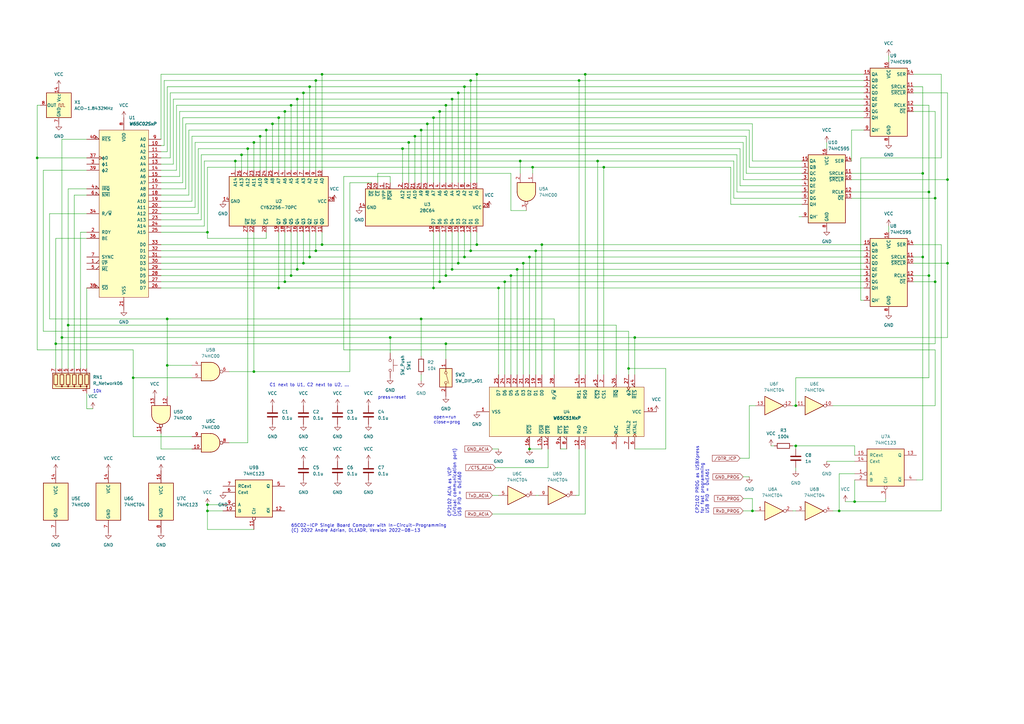
<source format=kicad_sch>
(kicad_sch (version 20211123) (generator eeschema)
  (paper "A3")
  (title_block (title "65C02_ICP"))
  (lib_symbols
    (symbol "65xx:W65C02SxP" (pin_names (offset 1.016))
      (property "Reference" "U" (at -10.16 35.56 0))
      (property "Value" "W65C02SxP" (at 0 0 90))
      (symbol "W65C02SxP_1_1"
        (pin output output_low (at -15.24 -20.32 0) (length 5.08) (name "~{VP}") (number "1"))
        (pin tri_state line (at 15.24 27.94 180) (length 5.08) (name "A1") (number "10"))
        (pin tri_state line (at 15.24 25.4 180) (length 5.08) (name "A2") (number "11"))
        (pin tri_state line (at 15.24 22.86 180) (length 5.08) (name "A3") (number "12"))
        (pin tri_state line (at 15.24 20.32 180) (length 5.08) (name "A4") (number "13"))
        (pin tri_state line (at 15.24 17.78 180) (length 5.08) (name "A5") (number "14"))
        (pin tri_state line (at 15.24 15.24 180) (length 5.08) (name "A6") (number "15"))
        (pin tri_state line (at 15.24 12.7 180) (length 5.08) (name "A7") (number "16"))
        (pin tri_state line (at 15.24 10.16 180) (length 5.08) (name "A8") (number "17"))
        (pin tri_state line (at 15.24 7.62 180) (length 5.08) (name "A9") (number "18"))
        (pin tri_state line (at 15.24 5.08 180) (length 5.08) (name "A10") (number "19"))
        (pin open_collector line (at -15.24 -7.62 0) (length 5.08) (name "RDY") (number "2"))
        (pin tri_state line (at 15.24 2.54 180) (length 5.08) (name "A11") (number "20"))
        (pin power_in line (at 0 -39.37 90) (length 5.08) (name "VSS") (number "21"))
        (pin tri_state line (at 15.24 0 180) (length 5.08) (name "A12") (number "22"))
        (pin tri_state line (at 15.24 -2.54 180) (length 5.08) (name "A13") (number "23"))
        (pin tri_state line (at 15.24 -5.08 180) (length 5.08) (name "A14") (number "24"))
        (pin tri_state line (at 15.24 -7.62 180) (length 5.08) (name "A15") (number "25"))
        (pin bidirectional line (at 15.24 -30.48 180) (length 5.08) (name "D7") (number "26"))
        (pin bidirectional line (at 15.24 -27.94 180) (length 5.08) (name "D6") (number "27"))
        (pin bidirectional line (at 15.24 -25.4 180) (length 5.08) (name "D5") (number "28"))
        (pin bidirectional line (at 15.24 -22.86 180) (length 5.08) (name "D4") (number "29"))
        (pin output line (at -15.24 20.32 0) (length 5.08) (name "ϕ1") (number "3"))
        (pin bidirectional line (at 15.24 -20.32 180) (length 5.08) (name "D3") (number "30"))
        (pin bidirectional line (at 15.24 -17.78 180) (length 5.08) (name "D2") (number "31"))
        (pin bidirectional line (at 15.24 -15.24 180) (length 5.08) (name "D1") (number "32"))
        (pin bidirectional line (at 15.24 -12.7 180) (length 5.08) (name "D0") (number "33"))
        (pin tri_state line (at -15.24 0 0) (length 5.08) (name "R/~{W}") (number "34"))
        (pin no_connect non_logic (at -10.16 -27.94 0) (length 2.54) hide (name "nc") (number "35"))
        (pin input line (at -15.24 -10.16 0) (length 5.08) (name "BE") (number "36"))
        (pin input clock (at -15.24 22.86 0) (length 5.08) (name "ϕ0") (number "37"))
        (pin input input_low (at -15.24 -30.48 0) (length 5.08) (name "~{SO}") (number "38"))
        (pin output line (at -15.24 17.78 0) (length 5.08) (name "ϕ2") (number "39"))
        (pin input input_low (at -15.24 10.16 0) (length 5.08) (name "~{IRQ}") (number "4"))
        (pin input input_low (at -15.24 30.48 0) (length 5.08) (name "~{RES}") (number "40"))
        (pin output output_low (at -15.24 -22.86 0) (length 5.08) (name "~{ML}") (number "5"))
        (pin input input_low (at -15.24 7.62 0) (length 5.08) (name "~{NMI}") (number "6"))
        (pin output line (at -15.24 -17.78 0) (length 5.08) (name "SYNC") (number "7"))
        (pin power_in line (at 0 39.37 270) (length 5.08) (name "VDD") (number "8"))
        (pin tri_state line (at 15.24 30.48 180) (length 5.08) (name "A0") (number "9"))
      )
    )
    (symbol "65xx:W65C51NxP" (pin_names (offset 1.016))
      (property "Reference" "U" (at -10.16 33.02 0))
      (property "Value" "W65C51NxP" (at 0 0 90))
      (symbol "W65C51NxP_1_1"
        (pin power_in line (at 0 -36.83 90) (length 5.08) (name "VSS") (number "1"))
        (pin output line (at 15.24 7.62 180) (length 5.08) (name "TxD") (number "10"))
        (pin output output_low (at 15.24 -7.62 180) (length 5.08) (name "~{DTR}") (number "11"))
        (pin input line (at 15.24 5.08 180) (length 5.08) (name "RxD") (number "12"))
        (pin input line (at -15.24 7.62 0) (length 5.08) (name "RS0") (number "13"))
        (pin input line (at -15.24 5.08 0) (length 5.08) (name "RS1") (number "14"))
        (pin power_in line (at 0 36.83 270) (length 5.08) (name "VCC") (number "15"))
        (pin input input_low (at 15.24 -15.24 180) (length 5.08) (name "~{DCD}") (number "16"))
        (pin input input_low (at 15.24 -10.16 180) (length 5.08) (name "~{DSR}") (number "17"))
        (pin bidirectional line (at -15.24 -10.16 0) (length 5.08) (name "D0") (number "18"))
        (pin bidirectional line (at -15.24 -12.7 0) (length 5.08) (name "D1") (number "19"))
        (pin input line (at -15.24 15.24 0) (length 5.08) (name "CS1") (number "2"))
        (pin bidirectional line (at -15.24 -15.24 0) (length 5.08) (name "D2") (number "20"))
        (pin bidirectional line (at -15.24 -17.78 0) (length 5.08) (name "D3") (number "21"))
        (pin bidirectional line (at -15.24 -20.32 0) (length 5.08) (name "D4") (number "22"))
        (pin bidirectional line (at -15.24 -22.86 0) (length 5.08) (name "D5") (number "23"))
        (pin bidirectional line (at -15.24 -25.4 0) (length 5.08) (name "D6") (number "24"))
        (pin bidirectional line (at -15.24 -27.94 0) (length 5.08) (name "D7") (number "25"))
        (pin open_collector output_low (at -15.24 20.32 0) (length 5.08) (name "~{IRQ}") (number "26"))
        (pin input clock (at -15.24 25.4 0) (length 5.08) (name "ϕ2") (number "27"))
        (pin input line (at -15.24 -5.08 0) (length 5.08) (name "R/~{W}") (number "28"))
        (pin input input_low (at -15.24 12.7 0) (length 5.08) (name "~{CS2}") (number "3"))
        (pin input input_low (at -15.24 27.94 0) (length 5.08) (name "~{RES}") (number "4"))
        (pin bidirectional clock (at 15.24 20.32 180) (length 5.08) (name "RxC") (number "5"))
        (pin input clock (at 15.24 27.94 180) (length 5.08) (name "XTAL1") (number "6"))
        (pin output line (at 15.24 25.4 180) (length 5.08) (name "XTAL2") (number "7"))
        (pin output output_low (at 15.24 0 180) (length 5.08) (name "~{RTS}") (number "8"))
        (pin input input_low (at 15.24 -2.54 180) (length 5.08) (name "~{CTS}") (number "9"))
      )
    )
    (symbol "74xx:74HC00" (pin_names (offset 1.016))
      (property "Reference" "U" (at 0 1.27 0))
      (property "Value" "74HC00" (at 0 -1.27 0))
      (symbol "74HC00_1_1"
        (pin input line (at -7.62 2.54 0) (length 3.81) (name "~") (number "1"))
        (pin input line (at -7.62 -2.54 0) (length 3.81) (name "~") (number "2"))
        (pin output inverted (at 7.62 0 180) (length 3.81) (name "~") (number "3"))
      )
      (symbol "74HC00_1_2"
        (pin input inverted (at -7.62 2.54 0) (length 4.318) (name "~") (number "1"))
        (pin input inverted (at -7.62 -2.54 0) (length 4.318) (name "~") (number "2"))
        (pin output line (at 7.62 0 180) (length 3.81) (name "~") (number "3"))
      )
      (symbol "74HC00_2_1"
        (pin input line (at -7.62 2.54 0) (length 3.81) (name "~") (number "4"))
        (pin input line (at -7.62 -2.54 0) (length 3.81) (name "~") (number "5"))
        (pin output inverted (at 7.62 0 180) (length 3.81) (name "~") (number "6"))
      )
      (symbol "74HC00_2_2"
        (pin input inverted (at -7.62 2.54 0) (length 4.318) (name "~") (number "4"))
        (pin input inverted (at -7.62 -2.54 0) (length 4.318) (name "~") (number "5"))
        (pin output line (at 7.62 0 180) (length 3.81) (name "~") (number "6"))
      )
      (symbol "74HC00_3_1"
        (pin input line (at -7.62 -2.54 0) (length 3.81) (name "~") (number "10"))
        (pin output inverted (at 7.62 0 180) (length 3.81) (name "~") (number "8"))
        (pin input line (at -7.62 2.54 0) (length 3.81) (name "~") (number "9"))
      )
      (symbol "74HC00_3_2"
        (pin input inverted (at -7.62 -2.54 0) (length 4.318) (name "~") (number "10"))
        (pin output line (at 7.62 0 180) (length 3.81) (name "~") (number "8"))
        (pin input inverted (at -7.62 2.54 0) (length 4.318) (name "~") (number "9"))
      )
      (symbol "74HC00_4_1"
        (pin output inverted (at 7.62 0 180) (length 3.81) (name "~") (number "11"))
        (pin input line (at -7.62 2.54 0) (length 3.81) (name "~") (number "12"))
        (pin input line (at -7.62 -2.54 0) (length 3.81) (name "~") (number "13"))
      )
      (symbol "74HC00_4_2"
        (pin output line (at 7.62 0 180) (length 3.81) (name "~") (number "11"))
        (pin input inverted (at -7.62 2.54 0) (length 4.318) (name "~") (number "12"))
        (pin input inverted (at -7.62 -2.54 0) (length 4.318) (name "~") (number "13"))
      )
      (symbol "74HC00_5_0"
        (pin power_in line (at 0 12.7 270) (length 5.08) (name "VCC") (number "14"))
        (pin power_in line (at 0 -12.7 90) (length 5.08) (name "GND") (number "7"))
      )
    )
    (symbol "74xx:74HC04"
      (property "Reference" "U" (at 0 1.27 0))
      (property "Value" "74HC04" (at 0 -1.27 0))
      (symbol "74HC04_1_0"
        (pin input line (at -7.62 0 0) (length 3.81) (name "~") (number "1"))
        (pin output inverted (at 7.62 0 180) (length 3.81) (name "~") (number "2"))
      )
      (symbol "74HC04_2_0"
        (pin input line (at -7.62 0 0) (length 3.81) (name "~") (number "3"))
        (pin output inverted (at 7.62 0 180) (length 3.81) (name "~") (number "4"))
      )
      (symbol "74HC04_3_0"
        (pin input line (at -7.62 0 0) (length 3.81) (name "~") (number "5"))
        (pin output inverted (at 7.62 0 180) (length 3.81) (name "~") (number "6"))
      )
      (symbol "74HC04_4_0"
        (pin output inverted (at 7.62 0 180) (length 3.81) (name "~") (number "8"))
        (pin input line (at -7.62 0 0) (length 3.81) (name "~") (number "9"))
      )
      (symbol "74HC04_5_0"
        (pin output inverted (at 7.62 0 180) (length 3.81) (name "~") (number "10"))
        (pin input line (at -7.62 0 0) (length 3.81) (name "~") (number "11"))
      )
      (symbol "74HC04_6_0"
        (pin output inverted (at 7.62 0 180) (length 3.81) (name "~") (number "12"))
        (pin input line (at -7.62 0 0) (length 3.81) (name "~") (number "13"))
      )
      (symbol "74HC04_7_0"
        (pin power_in line (at 0 12.7 270) (length 5.08) (name "VCC") (number "14"))
        (pin power_in line (at 0 -12.7 90) (length 5.08) (name "GND") (number "7"))
      )
    )
    (symbol "74xx:74HC123" (pin_names (offset 1.016))
      (property "Reference" "U" (at -7.62 8.89 0))
      (property "Value" "74HC123" (at -7.62 -8.89 0))
      (symbol "74HC123_1_0"
        (pin input inverted (at -12.7 -2.54 0) (length 5.08) (name "A") (number "1"))
        (pin output line (at 12.7 5.08 180) (length 5.08) (name "Q") (number "13"))
        (pin input line (at -12.7 2.54 0) (length 5.08) (name "Cext") (number "14"))
        (pin input line (at -12.7 5.08 0) (length 5.08) (name "RCext") (number "15"))
        (pin input line (at -12.7 -5.08 0) (length 5.08) (name "B") (number "2"))
        (pin input inverted (at 0 -12.7 90) (length 5.08) (name "Clr") (number "3"))
        (pin output line (at 12.7 -5.08 180) (length 5.08) (name "~{Q}") (number "4"))
      )
      (symbol "74HC123_2_0"
        (pin input line (at -12.7 -5.08 0) (length 5.08) (name "B") (number "10"))
        (pin input inverted (at 0 -12.7 90) (length 5.08) (name "Clr") (number "11"))
        (pin output line (at 12.7 -5.08 180) (length 5.08) (name "~{Q}") (number "12"))
        (pin output line (at 12.7 5.08 180) (length 5.08) (name "Q") (number "5"))
        (pin input line (at -12.7 2.54 0) (length 5.08) (name "Cext") (number "6"))
        (pin input line (at -12.7 5.08 0) (length 5.08) (name "RCext") (number "7"))
        (pin input inverted (at -12.7 -2.54 0) (length 5.08) (name "A") (number "9"))
      )
      (symbol "74HC123_3_0"
        (pin power_in line (at 0 12.7 270) (length 5.08) (name "VCC") (number "16"))
        (pin power_in line (at 0 -12.7 90) (length 5.08) (name "GND") (number "8"))
      )
    )
    (symbol "74xx:74HC595"
      (property "Reference" "U" (at -7.62 13.97 0))
      (property "Value" "74HC595" (at -7.62 -16.51 0))
      (symbol "74HC595_1_0"
        (pin tri_state line (at 10.16 7.62 180) (length 2.54) (name "QB") (number "1"))
        (pin input line (at -10.16 2.54 0) (length 2.54) (name "~{SRCLR}") (number "10"))
        (pin input line (at -10.16 5.08 0) (length 2.54) (name "SRCLK") (number "11"))
        (pin input line (at -10.16 -2.54 0) (length 2.54) (name "RCLK") (number "12"))
        (pin input line (at -10.16 -5.08 0) (length 2.54) (name "~{OE}") (number "13"))
        (pin input line (at -10.16 10.16 0) (length 2.54) (name "SER") (number "14"))
        (pin tri_state line (at 10.16 10.16 180) (length 2.54) (name "QA") (number "15"))
        (pin power_in line (at 0 15.24 270) (length 2.54) (name "VCC") (number "16"))
        (pin tri_state line (at 10.16 5.08 180) (length 2.54) (name "QC") (number "2"))
        (pin tri_state line (at 10.16 2.54 180) (length 2.54) (name "QD") (number "3"))
        (pin tri_state line (at 10.16 0 180) (length 2.54) (name "QE") (number "4"))
        (pin tri_state line (at 10.16 -2.54 180) (length 2.54) (name "QF") (number "5"))
        (pin tri_state line (at 10.16 -5.08 180) (length 2.54) (name "QG") (number "6"))
        (pin tri_state line (at 10.16 -7.62 180) (length 2.54) (name "QH") (number "7"))
        (pin power_in line (at 0 -17.78 90) (length 2.54) (name "GND") (number "8"))
        (pin output line (at 10.16 -12.7 180) (length 2.54) (name "QH'") (number "9"))
      )
    )
    (symbol "Device:C" (pin_numbers hide) (pin_names (offset 0.254))
      (property "Reference" "C" (at 0.635 2.54 0))
      (property "Value" "C" (at 0.635 -2.54 0))
      (symbol "C_1_1"
        (pin passive line (at 0 3.81 270) (length 2.794) (name "~") (number "1"))
        (pin passive line (at 0 -3.81 90) (length 2.794) (name "~") (number "2"))
      )
    )
    (symbol "Device:R" (pin_numbers hide) (pin_names (offset 0))
      (property "Reference" "R" (at 2.032 0 90))
      (property "Value" "R" (at 0 0 90))
      (symbol "R_1_1"
        (pin passive line (at 0 3.81 270) (length 1.27) (name "~") (number "1"))
        (pin passive line (at 0 -3.81 90) (length 1.27) (name "~") (number "2"))
      )
    )
    (symbol "Device:R_Network06" (pin_names (offset 0) hide)
      (property "Reference" "RN" (at -10.16 0 90))
      (property "Value" "R_Network06" (at 7.62 0 90))
      (symbol "R_Network06_1_1"
        (pin passive line (at -7.62 5.08 270) (length 2.54) (name "common") (number "1"))
        (pin passive line (at -7.62 -5.08 90) (length 1.27) (name "R1") (number "2"))
        (pin passive line (at -5.08 -5.08 90) (length 1.27) (name "R2") (number "3"))
        (pin passive line (at -2.54 -5.08 90) (length 1.27) (name "R3") (number "4"))
        (pin passive line (at 0 -5.08 90) (length 1.27) (name "R4") (number "5"))
        (pin passive line (at 2.54 -5.08 90) (length 1.27) (name "R5") (number "6"))
        (pin passive line (at 5.08 -5.08 90) (length 1.27) (name "R6") (number "7"))
      )
    )
    (symbol "Memory_EPROM:27C64"
      (property "Reference" "U" (at -7.62 24.13 0))
      (property "Value" "27C64" (at 2.54 -26.67 0))
      (symbol "27C64_1_1"
        (pin input line (at -10.16 -17.78 0) (length 2.54) (name "VPP") (number "1"))
        (pin input line (at -10.16 20.32 0) (length 2.54) (name "A0") (number "10"))
        (pin tri_state line (at 10.16 20.32 180) (length 2.54) (name "D0") (number "11"))
        (pin tri_state line (at 10.16 17.78 180) (length 2.54) (name "D1") (number "12"))
        (pin tri_state line (at 10.16 15.24 180) (length 2.54) (name "D2") (number "13"))
        (pin power_in line (at 0 -27.94 90) (length 2.54) (name "GND") (number "14"))
        (pin tri_state line (at 10.16 12.7 180) (length 2.54) (name "D3") (number "15"))
        (pin tri_state line (at 10.16 10.16 180) (length 2.54) (name "D4") (number "16"))
        (pin tri_state line (at 10.16 7.62 180) (length 2.54) (name "D5") (number "17"))
        (pin tri_state line (at 10.16 5.08 180) (length 2.54) (name "D6") (number "18"))
        (pin tri_state line (at 10.16 2.54 180) (length 2.54) (name "D7") (number "19"))
        (pin input line (at -10.16 -10.16 0) (length 2.54) (name "A12") (number "2"))
        (pin input line (at -10.16 -20.32 0) (length 2.54) (name "~{CE}") (number "20"))
        (pin input line (at -10.16 -5.08 0) (length 2.54) (name "A10") (number "21"))
        (pin input line (at -10.16 -22.86 0) (length 2.54) (name "~{OE}") (number "22"))
        (pin input line (at -10.16 -7.62 0) (length 2.54) (name "A11") (number "23"))
        (pin input line (at -10.16 -2.54 0) (length 2.54) (name "A9") (number "24"))
        (pin input line (at -10.16 0 0) (length 2.54) (name "A8") (number "25"))
        (pin no_connect line (at 7.62 0 180) (length 2.54) hide (name "NC") (number "26"))
        (pin input line (at -10.16 -15.24 0) (length 2.54) (name "~{PGM}") (number "27"))
        (pin power_in line (at 0 25.4 270) (length 2.54) (name "VCC") (number "28"))
        (pin input line (at -10.16 2.54 0) (length 2.54) (name "A7") (number "3"))
        (pin input line (at -10.16 5.08 0) (length 2.54) (name "A6") (number "4"))
        (pin input line (at -10.16 7.62 0) (length 2.54) (name "A5") (number "5"))
        (pin input line (at -10.16 10.16 0) (length 2.54) (name "A4") (number "6"))
        (pin input line (at -10.16 12.7 0) (length 2.54) (name "A3") (number "7"))
        (pin input line (at -10.16 15.24 0) (length 2.54) (name "A2") (number "8"))
        (pin input line (at -10.16 17.78 0) (length 2.54) (name "A1") (number "9"))
      )
    )
    (symbol "Memory_RAM:CY62256-70PC"
      (property "Reference" "U" (at -10.16 20.955 0))
      (property "Value" "CY62256-70PC" (at 2.54 20.955 0))
      (symbol "CY62256-70PC_0_0"
        (pin power_in line (at 0 -22.86 90) (length 2.54) (name "GND") (number "14"))
        (pin power_in line (at 0 22.86 270) (length 2.54) (name "VCC") (number "28"))
      )
      (symbol "CY62256-70PC_1_1"
        (pin input line (at -12.7 -17.78 0) (length 2.54) (name "A14") (number "1"))
        (pin input line (at -12.7 17.78 0) (length 2.54) (name "A0") (number "10"))
        (pin tri_state line (at 12.7 17.78 180) (length 2.54) (name "Q0") (number "11"))
        (pin tri_state line (at 12.7 15.24 180) (length 2.54) (name "Q1") (number "12"))
        (pin tri_state line (at 12.7 12.7 180) (length 2.54) (name "Q2") (number "13"))
        (pin tri_state line (at 12.7 10.16 180) (length 2.54) (name "Q3") (number "15"))
        (pin tri_state line (at 12.7 7.62 180) (length 2.54) (name "Q4") (number "16"))
        (pin tri_state line (at 12.7 5.08 180) (length 2.54) (name "Q5") (number "17"))
        (pin tri_state line (at 12.7 2.54 180) (length 2.54) (name "Q6") (number "18"))
        (pin tri_state line (at 12.7 0 180) (length 2.54) (name "Q7") (number "19"))
        (pin input line (at -12.7 -12.7 0) (length 2.54) (name "A12") (number "2"))
        (pin input line (at 12.7 -5.08 180) (length 2.54) (name "~{CS}") (number "20"))
        (pin input line (at -12.7 -7.62 0) (length 2.54) (name "A10") (number "21"))
        (pin input line (at 12.7 -10.16 180) (length 2.54) (name "~{OE}") (number "22"))
        (pin input line (at -12.7 -10.16 0) (length 2.54) (name "A11") (number "23"))
        (pin input line (at -12.7 -5.08 0) (length 2.54) (name "A9") (number "24"))
        (pin input line (at -12.7 -2.54 0) (length 2.54) (name "A8") (number "25"))
        (pin input line (at -12.7 -15.24 0) (length 2.54) (name "A13") (number "26"))
        (pin input line (at 12.7 -12.7 180) (length 2.54) (name "~{WE}") (number "27"))
        (pin input line (at -12.7 0 0) (length 2.54) (name "A7") (number "3"))
        (pin input line (at -12.7 2.54 0) (length 2.54) (name "A6") (number "4"))
        (pin input line (at -12.7 5.08 0) (length 2.54) (name "A5") (number "5"))
        (pin input line (at -12.7 7.62 0) (length 2.54) (name "A4") (number "6"))
        (pin input line (at -12.7 10.16 0) (length 2.54) (name "A3") (number "7"))
        (pin input line (at -12.7 12.7 0) (length 2.54) (name "A2") (number "8"))
        (pin input line (at -12.7 15.24 0) (length 2.54) (name "A1") (number "9"))
      )
    )
    (symbol "Oscillator:ACO-xxxMHz" (pin_names (offset 0.254))
      (property "Reference" "X" (at -5.08 6.35 0))
      (property "Value" "ACO-xxxMHz" (at 1.27 -6.35 0))
      (symbol "ACO-xxxMHz_1_1"
        (pin no_connect line (at -7.62 0 0) (length 2.54) hide (name "NC") (number "1"))
        (pin power_in line (at 0 7.62 270) (length 2.54) (name "Vcc") (number "14"))
        (pin power_in line (at 0 -7.62 90) (length 2.54) (name "GND") (number "7"))
        (pin output line (at 7.62 0 180) (length 2.54) (name "OUT") (number "8"))
      )
    )
    (symbol "Switch:SW_DIP_x01" (pin_names (offset 0) hide)
      (property "Reference" "SW" (at 0 3.81 0))
      (property "Value" "SW_DIP_x01" (at 0 -3.81 0))
      (symbol "SW_DIP_x01_1_1"
        (pin passive line (at -7.62 0 0) (length 5.08) (name "~") (number "1"))
        (pin passive line (at 7.62 0 180) (length 5.08) (name "~") (number "2"))
      )
    )
    (symbol "Switch:SW_Push" (pin_numbers hide) (pin_names (offset 1.016) hide)
      (property "Reference" "SW" (at 1.27 2.54 0))
      (property "Value" "SW_Push" (at 0 -1.524 0))
      (symbol "SW_Push_0_1"
        (pin passive line (at -5.08 0 0) (length 2.54) (name "1") (number "1"))
        (pin passive line (at 5.08 0 180) (length 2.54) (name "2") (number "2"))
      )
    )
    (symbol "power:GND" (power) (pin_names (offset 0))
      (property "Value" "GND" (at 0 -3.81 0))
      (symbol "GND_1_1"
        (pin power_in line (at 0 0 270) (length 0) hide (name "GND") (number "1"))
      )
    )
    (symbol "power:VCC" (power) (pin_names (offset 0))
      (property "Value" "VCC" (at 0 3.81 0))
      (symbol "VCC_1_1"
        (pin power_in line (at 0 0 90) (length 0) hide (name "VCC") (number "1"))
      )
    )
  )
  (junction (at 99.06 63.5))
  (junction (at 101.6 60.96))
  (junction (at 308.61 209.55))
  (junction (at 383.54 115.57))
  (junction (at 116.84 45.72))
  (junction (at 187.96 107.95))
  (junction (at 127 105.41))
  (junction (at 114.3 48.26))
  (junction (at 193.04 102.87))
  (junction (at 170.18 55.88))
  (junction (at 85.09 95.25))
  (junction (at 326.39 182.88))
  (junction (at 381 78.74))
  (junction (at 213.36 66.04))
  (junction (at 109.22 53.34))
  (junction (at 383.54 81.28))
  (junction (at 257.81 151.13))
  (junction (at 182.88 140.97))
  (junction (at 54.61 154.94))
  (junction (at 237.49 33.02))
  (junction (at 132.08 30.48))
  (junction (at 207.01 115.57))
  (junction (at 68.58 149.86))
  (junction (at 27.94 133.35))
  (junction (at 185.42 40.64))
  (junction (at 209.55 113.03))
  (junction (at 25.4 138.43))
  (junction (at 190.5 35.56))
  (junction (at 165.1 60.96))
  (junction (at 388.62 107.95))
  (junction (at 247.65 68.58))
  (junction (at 378.46 71.12))
  (junction (at 172.72 130.81))
  (junction (at 180.34 45.72))
  (junction (at 85.09 207.01))
  (junction (at 121.92 110.49))
  (junction (at 127 35.56))
  (junction (at 22.86 140.97))
  (junction (at 124.46 38.1))
  (junction (at 15.24 64.77))
  (junction (at 182.88 43.18))
  (junction (at 121.92 40.64))
  (junction (at 111.76 50.8))
  (junction (at 240.03 30.48))
  (junction (at 129.54 102.87))
  (junction (at 175.26 50.8))
  (junction (at 172.72 53.34))
  (junction (at 326.39 166.37))
  (junction (at 160.02 138.43))
  (junction (at 116.84 115.57))
  (junction (at 219.71 102.87))
  (junction (at 217.17 105.41))
  (junction (at 132.08 100.33))
  (junction (at 381 113.03))
  (junction (at 222.25 100.33))
  (junction (at 195.58 100.33))
  (junction (at 245.11 66.04))
  (junction (at 104.14 152.4))
  (junction (at 119.38 43.18))
  (junction (at 129.54 33.02))
  (junction (at 124.46 107.95))
  (junction (at 344.17 209.55))
  (junction (at 96.52 66.04))
  (junction (at 185.42 110.49))
  (junction (at 214.63 107.95))
  (junction (at 204.47 118.11))
  (junction (at 180.34 115.57))
  (junction (at 114.3 118.11))
  (junction (at 106.68 55.88))
  (junction (at 350.52 205.74))
  (junction (at 260.35 138.43))
  (junction (at 195.58 30.48))
  (junction (at 68.58 130.81))
  (junction (at 177.8 118.11))
  (junction (at 378.46 105.41))
  (junction (at 218.44 68.58))
  (junction (at 85.09 209.55))
  (junction (at 182.88 113.03))
  (junction (at 119.38 113.03))
  (junction (at 104.14 58.42))
  (junction (at 217.17 184.15))
  (junction (at 167.64 58.42))
  (junction (at 212.09 110.49))
  (junction (at 388.62 73.66))
  (junction (at 190.5 105.41))
  (junction (at 177.8 48.26))
  (junction (at 187.96 38.1))
  (junction (at 193.04 33.02))
  (wire (pts (xy 99.06 63.5) (xy 302.26 63.5)))
  (wire (pts (xy 127 95.25) (xy 127 105.41)))
  (wire (pts (xy 74.93 74.93) (xy 74.93 48.26)))
  (wire (pts (xy 116.84 45.72) (xy 180.34 45.72)))
  (wire (pts (xy 77.47 53.34) (xy 109.22 53.34)))
  (wire (pts (xy 127 105.41) (xy 190.5 105.41)))
  (wire (pts (xy 350.52 205.74) (xy 346.71 205.74)))
  (wire (pts (xy 160.02 74.93) (xy 160.02 72.39)))
  (wire (pts (xy 30.48 80.01) (xy 30.48 151.13)))
  (wire (pts (xy 182.88 43.18) (xy 182.88 74.93)))
  (wire (pts (xy 214.63 153.67) (xy 214.63 107.95)))
  (wire (pts (xy 375.92 196.85) (xy 378.46 196.85)))
  (wire (pts (xy 170.18 55.88) (xy 170.18 74.93)))
  (wire (pts (xy 207.01 153.67) (xy 207.01 115.57)))
  (wire (pts (xy 354.33 123.19) (xy 353.06 123.19)))
  (wire (pts (xy 307.34 166.37) (xy 309.88 166.37)))
  (wire (pts (xy 119.38 43.18) (xy 119.38 69.85)))
  (wire (pts (xy 187.96 74.93) (xy 187.96 38.1)))
  (wire (pts (xy 306.07 71.12) (xy 306.07 55.88)))
  (wire (pts (xy 114.3 48.26) (xy 177.8 48.26)))
  (wire (pts (xy 209.55 113.03) (xy 354.33 113.03)))
  (wire (pts (xy 325.12 166.37) (xy 326.39 166.37)))
  (wire (pts (xy 66.04 102.87) (xy 129.54 102.87)))
  (wire (pts (xy 25.4 138.43) (xy 160.02 138.43)))
  (wire (pts (xy 388.62 73.66) (xy 388.62 107.95)))
  (wire (pts (xy 129.54 33.02) (xy 129.54 69.85)))
  (wire (pts (xy 195.58 100.33) (xy 222.25 100.33)))
  (wire (pts (xy 167.64 58.42) (xy 304.8 58.42)))
  (wire (pts (xy 383.54 140.97) (xy 383.54 115.57)))
  (wire (pts (xy 374.65 115.57) (xy 383.54 115.57)))
  (wire (pts (xy 35.56 95.25) (xy 33.02 95.25)))
  (wire (pts (xy 76.2 77.47) (xy 76.2 50.8)))
  (wire (pts (xy 66.04 64.77) (xy 69.85 64.77)))
  (wire (pts (xy 85.09 97.79) (xy 109.22 97.79)))
  (wire (pts (xy 304.8 204.47) (xy 308.61 204.47)))
  (wire (pts (xy 35.56 57.15) (xy 25.4 57.15)))
  (wire (pts (xy 66.04 87.63) (xy 81.28 87.63)))
  (wire (pts (xy 54.61 154.94) (xy 78.74 154.94)))
  (wire (pts (xy 172.72 153.67) (xy 172.72 156.21)))
  (wire (pts (xy 185.42 40.64) (xy 354.33 40.64)))
  (wire (pts (xy 217.17 153.67) (xy 217.17 105.41)))
  (wire (pts (xy 229.87 184.15) (xy 232.41 184.15)))
  (wire (pts (xy 35.56 167.64) (xy 38.1 167.64)))
  (wire (pts (xy 354.33 53.34) (xy 349.25 53.34)))
  (wire (pts (xy 66.04 90.17) (xy 82.55 90.17)))
  (wire (pts (xy 99.06 63.5) (xy 99.06 69.85)))
  (wire (pts (xy 80.01 85.09) (xy 80.01 58.42)))
  (wire (pts (xy 341.63 166.37) (xy 383.54 166.37)))
  (wire (pts (xy 172.72 53.34) (xy 307.34 53.34)))
  (wire (pts (xy 217.17 105.41) (xy 354.33 105.41)))
  (wire (pts (xy 302.26 78.74) (xy 302.26 63.5)))
  (wire (pts (xy 245.11 66.04) (xy 245.11 153.67)))
  (wire (pts (xy 350.52 205.74) (xy 363.22 205.74)))
  (wire (pts (xy 69.85 64.77) (xy 69.85 38.1)))
  (wire (pts (xy 104.14 58.42) (xy 104.14 69.85)))
  (wire (pts (xy 378.46 35.56) (xy 378.46 71.12)))
  (wire (pts (xy 353.06 64.77) (xy 386.08 64.77)))
  (wire (pts (xy 66.04 92.71) (xy 83.82 92.71)))
  (wire (pts (xy 68.58 149.86) (xy 68.58 162.56)))
  (wire (pts (xy 172.72 53.34) (xy 172.72 74.93)))
  (wire (pts (xy 85.09 207.01) (xy 91.44 207.01)))
  (wire (pts (xy 209.55 71.12) (xy 209.55 86.36)))
  (wire (pts (xy 219.71 102.87) (xy 354.33 102.87)))
  (wire (pts (xy 185.42 95.25) (xy 185.42 110.49)))
  (wire (pts (xy 101.6 181.61) (xy 101.6 95.25)))
  (wire (pts (xy 114.3 48.26) (xy 114.3 69.85)))
  (wire (pts (xy 388.62 38.1) (xy 388.62 73.66)))
  (wire (pts (xy 218.44 68.58) (xy 247.65 68.58)))
  (wire (pts (xy 349.25 78.74) (xy 381 78.74)))
  (wire (pts (xy 190.5 35.56) (xy 354.33 35.56)))
  (wire (pts (xy 308.61 204.47) (xy 308.61 209.55)))
  (wire (pts (xy 66.04 95.25) (xy 85.09 95.25)))
  (wire (pts (xy 350.52 194.31) (xy 344.17 194.31)))
  (wire (pts (xy 132.08 30.48) (xy 132.08 69.85)))
  (wire (pts (xy 237.49 33.02) (xy 237.49 153.67)))
  (wire (pts (xy 35.56 97.79) (xy 22.86 97.79)))
  (wire (pts (xy 204.47 153.67) (xy 204.47 118.11)))
  (wire (pts (xy 213.36 66.04) (xy 213.36 71.12)))
  (wire (pts (xy 127 35.56) (xy 127 69.85)))
  (wire (pts (xy 54.61 154.94) (xy 54.61 179.07)))
  (wire (pts (xy 106.68 55.88) (xy 170.18 55.88)))
  (wire (pts (xy 307.34 187.96) (xy 303.53 187.96)))
  (wire (pts (xy 160.02 72.39) (xy 140.97 72.39)))
  (wire (pts (xy 326.39 154.94) (xy 326.39 166.37)))
  (wire (pts (xy 35.56 87.63) (xy 20.32 87.63)))
  (wire (pts (xy 17.78 135.89) (xy 257.81 135.89)))
  (wire (pts (xy 237.49 184.15) (xy 237.49 203.2)))
  (wire (pts (xy 140.97 72.39) (xy 140.97 143.51)))
  (wire (pts (xy 273.05 151.13) (xy 257.81 151.13)))
  (wire (pts (xy 326.39 184.15) (xy 326.39 182.88)))
  (wire (pts (xy 82.55 63.5) (xy 99.06 63.5)))
  (wire (pts (xy 66.04 110.49) (xy 121.92 110.49)))
  (wire (pts (xy 381 113.03) (xy 381 78.74)))
  (wire (pts (xy 326.39 209.55) (xy 325.12 209.55)))
  (wire (pts (xy 101.6 60.96) (xy 101.6 69.85)))
  (wire (pts (xy 257.81 151.13) (xy 257.81 153.67)))
  (wire (pts (xy 374.65 100.33) (xy 386.08 100.33)))
  (wire (pts (xy 185.42 110.49) (xy 212.09 110.49)))
  (wire (pts (xy 129.54 102.87) (xy 193.04 102.87)))
  (wire (pts (xy 66.04 74.93) (xy 74.93 74.93)))
  (wire (pts (xy 222.25 100.33) (xy 354.33 100.33)))
  (wire (pts (xy 193.04 95.25) (xy 193.04 102.87)))
  (wire (pts (xy 209.55 86.36) (xy 215.9 86.36)))
  (wire (pts (xy 260.35 138.43) (xy 260.35 153.67)))
  (wire (pts (xy 214.63 107.95) (xy 354.33 107.95)))
  (wire (pts (xy 177.8 118.11) (xy 204.47 118.11)))
  (wire (pts (xy 66.04 62.23) (xy 68.58 62.23)))
  (wire (pts (xy 54.61 143.51) (xy 15.24 143.51)))
  (wire (pts (xy 190.5 105.41) (xy 217.17 105.41)))
  (wire (pts (xy 328.93 78.74) (xy 302.26 78.74)))
  (wire (pts (xy 326.39 193.04) (xy 326.39 191.77)))
  (wire (pts (xy 207.01 115.57) (xy 354.33 115.57)))
  (wire (pts (xy 66.04 69.85) (xy 72.39 69.85)))
  (wire (pts (xy 93.98 181.61) (xy 101.6 181.61)))
  (wire (pts (xy 182.88 43.18) (xy 354.33 43.18)))
  (wire (pts (xy 303.53 76.2) (xy 303.53 60.96)))
  (wire (pts (xy 27.94 133.35) (xy 252.73 133.35)))
  (wire (pts (xy 252.73 133.35) (xy 252.73 153.67)))
  (wire (pts (xy 165.1 60.96) (xy 303.53 60.96)))
  (wire (pts (xy 212.09 110.49) (xy 354.33 110.49)))
  (wire (pts (xy 77.47 80.01) (xy 77.47 53.34)))
  (wire (pts (xy 260.35 184.15) (xy 273.05 184.15)))
  (wire (pts (xy 124.46 38.1) (xy 124.46 69.85)))
  (wire (pts (xy 66.04 85.09) (xy 80.01 85.09)))
  (wire (pts (xy 54.61 154.94) (xy 54.61 143.51)))
  (wire (pts (xy 217.17 184.15) (xy 222.25 184.15)))
  (wire (pts (xy 381 113.03) (xy 381 154.94)))
  (wire (pts (xy 16.51 43.18) (xy 15.24 43.18)))
  (wire (pts (xy 182.88 95.25) (xy 182.88 113.03)))
  (wire (pts (xy 154.94 74.93) (xy 154.94 71.12)))
  (wire (pts (xy 273.05 184.15) (xy 273.05 151.13)))
  (wire (pts (xy 177.8 48.26) (xy 177.8 74.93)))
  (wire (pts (xy 182.88 140.97) (xy 383.54 140.97)))
  (wire (pts (xy 204.47 118.11) (xy 354.33 118.11)))
  (wire (pts (xy 193.04 102.87) (xy 219.71 102.87)))
  (wire (pts (xy 66.04 77.47) (xy 76.2 77.47)))
  (wire (pts (xy 240.03 30.48) (xy 240.03 153.67)))
  (wire (pts (xy 383.54 45.72) (xy 383.54 81.28)))
  (wire (pts (xy 374.65 30.48) (xy 386.08 30.48)))
  (wire (pts (xy 35.56 77.47) (xy 27.94 77.47)))
  (wire (pts (xy 25.4 57.15) (xy 25.4 138.43)))
  (wire (pts (xy 116.84 45.72) (xy 116.84 69.85)))
  (wire (pts (xy 106.68 55.88) (xy 106.68 69.85)))
  (wire (pts (xy 170.18 55.88) (xy 306.07 55.88)))
  (wire (pts (xy 378.46 105.41) (xy 378.46 71.12)))
  (wire (pts (xy 167.64 58.42) (xy 167.64 74.93)))
  (wire (pts (xy 132.08 100.33) (xy 195.58 100.33)))
  (wire (pts (xy 66.04 30.48) (xy 132.08 30.48)))
  (wire (pts (xy 68.58 35.56) (xy 127 35.56)))
  (wire (pts (xy 109.22 53.34) (xy 172.72 53.34)))
  (wire (pts (xy 78.74 184.15) (xy 66.04 184.15)))
  (wire (pts (xy 121.92 40.64) (xy 121.92 69.85)))
  (wire (pts (xy 316.23 182.88) (xy 317.5 182.88)))
  (wire (pts (xy 236.22 203.2) (xy 237.49 203.2)))
  (wire (pts (xy 325.12 182.88) (xy 326.39 182.88)))
  (wire (pts (xy 378.46 105.41) (xy 378.46 196.85)))
  (wire (pts (xy 374.65 113.03) (xy 381 113.03)))
  (wire (pts (xy 240.03 184.15) (xy 240.03 210.82)))
  (wire (pts (xy 193.04 33.02) (xy 237.49 33.02)))
  (wire (pts (xy 212.09 153.67) (xy 212.09 110.49)))
  (wire (pts (xy 104.14 58.42) (xy 167.64 58.42)))
  (wire (pts (xy 341.63 209.55) (xy 344.17 209.55)))
  (wire (pts (xy 85.09 68.58) (xy 218.44 68.58)))
  (wire (pts (xy 240.03 30.48) (xy 354.33 30.48)))
  (wire (pts (xy 304.8 73.66) (xy 304.8 58.42)))
  (wire (pts (xy 25.4 138.43) (xy 25.4 151.13)))
  (wire (pts (xy 383.54 115.57) (xy 383.54 81.28)))
  (wire (pts (xy 326.39 182.88) (xy 350.52 182.88)))
  (wire (pts (xy 257.81 135.89) (xy 257.81 151.13)))
  (wire (pts (xy 160.02 138.43) (xy 260.35 138.43)))
  (wire (pts (xy 22.86 140.97) (xy 182.88 140.97)))
  (wire (pts (xy 129.54 95.25) (xy 129.54 102.87)))
  (wire (pts (xy 85.09 68.58) (xy 85.09 95.25)))
  (wire (pts (xy 350.52 186.69) (xy 350.52 182.88)))
  (wire (pts (xy 68.58 130.81) (xy 172.72 130.81)))
  (wire (pts (xy 177.8 48.26) (xy 354.33 48.26)))
  (wire (pts (xy 374.65 105.41) (xy 378.46 105.41)))
  (wire (pts (xy 165.1 60.96) (xy 165.1 74.93)))
  (wire (pts (xy 227.33 130.81) (xy 227.33 153.67)))
  (wire (pts (xy 209.55 153.67) (xy 209.55 113.03)))
  (wire (pts (xy 66.04 107.95) (xy 124.46 107.95)))
  (wire (pts (xy 72.39 69.85) (xy 72.39 43.18)))
  (wire (pts (xy 116.84 115.57) (xy 180.34 115.57)))
  (wire (pts (xy 66.04 118.11) (xy 114.3 118.11)))
  (wire (pts (xy 364.49 22.86) (xy 364.49 25.4)))
  (wire (pts (xy 27.94 133.35) (xy 27.94 151.13)))
  (wire (pts (xy 114.3 118.11) (xy 177.8 118.11)))
  (wire (pts (xy 190.5 95.25) (xy 190.5 105.41)))
  (wire (pts (xy 328.93 71.12) (xy 306.07 71.12)))
  (wire (pts (xy 381 154.94) (xy 326.39 154.94)))
  (wire (pts (xy 93.98 152.4) (xy 104.14 152.4)))
  (wire (pts (xy 180.34 45.72) (xy 180.34 74.93)))
  (wire (pts (xy 349.25 53.34) (xy 349.25 66.04)))
  (wire (pts (xy 96.52 66.04) (xy 96.52 69.85)))
  (wire (pts (xy 17.78 69.85) (xy 35.56 69.85)))
  (wire (pts (xy 353.06 123.19) (xy 353.06 64.77)))
  (wire (pts (xy 175.26 50.8) (xy 175.26 74.93)))
  (wire (pts (xy 15.24 64.77) (xy 35.56 64.77)))
  (wire (pts (xy 119.38 113.03) (xy 182.88 113.03)))
  (wire (pts (xy 308.61 209.55) (xy 309.88 209.55)))
  (wire (pts (xy 328.93 83.82) (xy 299.72 83.82)))
  (wire (pts (xy 383.54 81.28) (xy 349.25 81.28)))
  (wire (pts (xy 187.96 95.25) (xy 187.96 107.95)))
  (wire (pts (xy 119.38 95.25) (xy 119.38 113.03)))
  (wire (pts (xy 71.12 40.64) (xy 121.92 40.64)))
  (wire (pts (xy 74.93 48.26) (xy 114.3 48.26)))
  (wire (pts (xy 247.65 68.58) (xy 299.72 68.58)))
  (wire (pts (xy 85.09 217.17) (xy 85.09 209.55)))
  (wire (pts (xy 328.93 73.66) (xy 304.8 73.66)))
  (wire (pts (xy 214.63 107.95) (xy 187.96 107.95)))
  (wire (pts (xy 195.58 30.48) (xy 132.08 30.48)))
  (wire (pts (xy 83.82 92.71) (xy 83.82 66.04)))
  (wire (pts (xy 66.04 80.01) (xy 77.47 80.01)))
  (wire (pts (xy 219.71 203.2) (xy 220.98 203.2)))
  (wire (pts (xy 247.65 68.58) (xy 247.65 153.67)))
  (wire (pts (xy 143.51 74.93) (xy 143.51 152.4)))
  (wire (pts (xy 185.42 40.64) (xy 185.42 74.93)))
  (wire (pts (xy 328.93 68.58) (xy 307.34 68.58)))
  (wire (pts (xy 308.61 66.04) (xy 308.61 50.8)))
  (wire (pts (xy 245.11 66.04) (xy 300.99 66.04)))
  (wire (pts (xy 193.04 33.02) (xy 129.54 33.02)))
  (wire (pts (xy 201.93 184.15) (xy 204.47 184.15)))
  (wire (pts (xy 111.76 50.8) (xy 111.76 69.85)))
  (wire (pts (xy 203.2 191.77) (xy 224.79 191.77)))
  (wire (pts (xy 15.24 43.18) (xy 15.24 64.77)))
  (wire (pts (xy 121.92 110.49) (xy 185.42 110.49)))
  (wire (pts (xy 66.04 100.33) (xy 132.08 100.33)))
  (wire (pts (xy 66.04 177.8) (xy 66.04 184.15)))
  (wire (pts (xy 383.54 166.37) (xy 383.54 143.51)))
  (wire (pts (xy 66.04 113.03) (xy 119.38 113.03)))
  (wire (pts (xy 224.79 184.15) (xy 224.79 191.77)))
  (wire (pts (xy 165.1 60.96) (xy 101.6 60.96)))
  (wire (pts (xy 35.56 80.01) (xy 30.48 80.01)))
  (wire (pts (xy 328.93 81.28) (xy 300.99 81.28)))
  (wire (pts (xy 17.78 69.85) (xy 17.78 135.89)))
  (wire (pts (xy 364.49 92.71) (xy 364.49 95.25)))
  (wire (pts (xy 83.82 66.04) (xy 96.52 66.04)))
  (wire (pts (xy 172.72 146.05) (xy 172.72 130.81)))
  (wire (pts (xy 307.34 166.37) (xy 307.34 187.96)))
  (wire (pts (xy 190.5 35.56) (xy 190.5 74.93)))
  (wire (pts (xy 68.58 149.86) (xy 78.74 149.86)))
  (wire (pts (xy 78.74 55.88) (xy 106.68 55.88)))
  (wire (pts (xy 218.44 68.58) (xy 218.44 71.12)))
  (wire (pts (xy 66.04 82.55) (xy 78.74 82.55)))
  (wire (pts (xy 182.88 140.97) (xy 182.88 147.32)))
  (wire (pts (xy 195.58 95.25) (xy 195.58 100.33)))
  (wire (pts (xy 66.04 57.15) (xy 66.04 30.48)))
  (wire (pts (xy 104.14 152.4) (xy 143.51 152.4)))
  (wire (pts (xy 193.04 33.02) (xy 193.04 74.93)))
  (wire (pts (xy 121.92 95.25) (xy 121.92 110.49)))
  (wire (pts (xy 237.49 33.02) (xy 354.33 33.02)))
  (wire (pts (xy 35.56 118.11) (xy 35.56 151.13)))
  (wire (pts (xy 124.46 107.95) (xy 187.96 107.95)))
  (wire (pts (xy 381 43.18) (xy 381 78.74)))
  (wire (pts (xy 374.65 107.95) (xy 388.62 107.95)))
  (wire (pts (xy 85.09 209.55) (xy 85.09 207.01)))
  (wire (pts (xy 96.52 66.04) (xy 213.36 66.04)))
  (wire (pts (xy 140.97 143.51) (xy 383.54 143.51)))
  (wire (pts (xy 339.09 189.23) (xy 350.52 189.23)))
  (wire (pts (xy 66.04 59.69) (xy 67.31 59.69)))
  (wire (pts (xy 85.09 95.25) (xy 85.09 97.79)))
  (wire (pts (xy 68.58 130.81) (xy 68.58 149.86)))
  (wire (pts (xy 328.93 66.04) (xy 308.61 66.04)))
  (wire (pts (xy 109.22 95.25) (xy 109.22 97.79)))
  (wire (pts (xy 82.55 90.17) (xy 82.55 63.5)))
  (wire (pts (xy 154.94 71.12) (xy 209.55 71.12)))
  (wire (pts (xy 190.5 35.56) (xy 127 35.56)))
  (wire (pts (xy 68.58 62.23) (xy 68.58 35.56)))
  (wire (pts (xy 124.46 95.25) (xy 124.46 107.95)))
  (wire (pts (xy 78.74 179.07) (xy 54.61 179.07)))
  (wire (pts (xy 344.17 194.31) (xy 344.17 209.55)))
  (wire (pts (xy 66.04 105.41) (xy 127 105.41)))
  (wire (pts (xy 27.94 77.47) (xy 27.94 133.35)))
  (wire (pts (xy 111.76 50.8) (xy 175.26 50.8)))
  (wire (pts (xy 328.93 76.2) (xy 303.53 76.2)))
  (wire (pts (xy 201.93 210.82) (xy 240.03 210.82)))
  (wire (pts (xy 378.46 71.12) (xy 349.25 71.12)))
  (wire (pts (xy 69.85 38.1) (xy 124.46 38.1)))
  (wire (pts (xy 66.04 115.57) (xy 116.84 115.57)))
  (wire (pts (xy 72.39 43.18) (xy 119.38 43.18)))
  (wire (pts (xy 81.28 87.63) (xy 81.28 60.96)))
  (wire (pts (xy 363.22 205.74) (xy 363.22 204.47)))
  (wire (pts (xy 85.09 209.55) (xy 91.44 209.55)))
  (wire (pts (xy 374.65 38.1) (xy 388.62 38.1)))
  (wire (pts (xy 78.74 82.55) (xy 78.74 55.88)))
  (wire (pts (xy 121.92 40.64) (xy 185.42 40.64)))
  (wire (pts (xy 35.56 167.64) (xy 35.56 161.29)))
  (wire (pts (xy 15.24 143.51) (xy 15.24 64.77)))
  (wire (pts (xy 374.65 43.18) (xy 381 43.18)))
  (wire (pts (xy 114.3 95.25) (xy 114.3 118.11)))
  (wire (pts (xy 71.12 67.31) (xy 71.12 40.64)))
  (wire (pts (xy 222.25 153.67) (xy 222.25 100.33)))
  (wire (pts (xy 260.35 138.43) (xy 388.62 138.43)))
  (wire (pts (xy 33.02 95.25) (xy 33.02 151.13)))
  (wire (pts (xy 116.84 95.25) (xy 116.84 115.57)))
  (wire (pts (xy 182.88 113.03) (xy 209.55 113.03)))
  (wire (pts (xy 66.04 72.39) (xy 73.66 72.39)))
  (wire (pts (xy 374.65 45.72) (xy 383.54 45.72)))
  (wire (pts (xy 386.08 100.33) (xy 386.08 209.55)))
  (wire (pts (xy 328.93 88.9) (xy 327.66 88.9)))
  (wire (pts (xy 66.04 67.31) (xy 71.12 67.31)))
  (wire (pts (xy 175.26 50.8) (xy 308.61 50.8)))
  (wire (pts (xy 300.99 81.28) (xy 300.99 66.04)))
  (wire (pts (xy 109.22 53.34) (xy 109.22 69.85)))
  (wire (pts (xy 350.52 196.85) (xy 350.52 205.74)))
  (wire (pts (xy 299.72 83.82) (xy 299.72 68.58)))
  (wire (pts (xy 81.28 60.96) (xy 101.6 60.96)))
  (wire (pts (xy 213.36 66.04) (xy 245.11 66.04)))
  (wire (pts (xy 80.01 58.42) (xy 104.14 58.42)))
  (wire (pts (xy 20.32 87.63) (xy 20.32 130.81)))
  (wire (pts (xy 132.08 95.25) (xy 132.08 100.33)))
  (wire (pts (xy 172.72 130.81) (xy 227.33 130.81)))
  (wire (pts (xy 304.8 209.55) (xy 308.61 209.55)))
  (wire (pts (xy 152.4 74.93) (xy 143.51 74.93)))
  (wire (pts (xy 104.14 95.25) (xy 104.14 152.4)))
  (wire (pts (xy 187.96 38.1) (xy 354.33 38.1)))
  (wire (pts (xy 219.71 153.67) (xy 219.71 102.87)))
  (wire (pts (xy 22.86 140.97) (xy 22.86 151.13)))
  (wire (pts (xy 76.2 50.8) (xy 111.76 50.8)))
  (wire (pts (xy 201.93 203.2) (xy 204.47 203.2)))
  (wire (pts (xy 177.8 95.25) (xy 177.8 118.11)))
  (wire (pts (xy 124.46 38.1) (xy 187.96 38.1)))
  (wire (pts (xy 195.58 30.48) (xy 240.03 30.48)))
  (wire (pts (xy 304.8 195.58) (xy 307.34 195.58)))
  (wire (pts (xy 307.34 68.58) (xy 307.34 53.34)))
  (wire (pts (xy 67.31 33.02) (xy 129.54 33.02)))
  (wire (pts (xy 180.34 95.25) (xy 180.34 115.57)))
  (wire (pts (xy 104.14 217.17) (xy 85.09 217.17)))
  (wire (pts (xy 195.58 30.48) (xy 195.58 74.93)))
  (wire (pts (xy 388.62 107.95) (xy 388.62 138.43)))
  (wire (pts (xy 386.08 30.48) (xy 386.08 64.77)))
  (wire (pts (xy 73.66 72.39) (xy 73.66 45.72)))
  (wire (pts (xy 67.31 59.69) (xy 67.31 33.02)))
  (wire (pts (xy 349.25 73.66) (xy 388.62 73.66)))
  (wire (pts (xy 20.32 130.81) (xy 68.58 130.81)))
  (wire (pts (xy 374.65 35.56) (xy 378.46 35.56)))
  (wire (pts (xy 180.34 45.72) (xy 354.33 45.72)))
  (wire (pts (xy 344.17 209.55) (xy 386.08 209.55)))
  (wire (pts (xy 182.88 43.18) (xy 119.38 43.18)))
  (wire (pts (xy 73.66 45.72) (xy 116.84 45.72)))
  (wire (pts (xy 339.09 58.42) (xy 339.09 60.96)))
  (wire (pts (xy 22.86 97.79) (xy 22.86 140.97)))
  (wire (pts (xy 160.02 138.43) (xy 160.02 144.78)))
  (wire (pts (xy 180.34 115.57) (xy 207.01 115.57)))
  (text "10k" (at 38.1 161.29 0) (effects (font (size 1.27 1.27)) (justify left bottom)))
  (text "CP2102 ACIA as VCP\n(virtual communication port)\nUSB PID = 0xEA60" (at 189.23 212.09 90) (effects (font (size 1.27 1.27)) (justify left bottom)))
  (text "CP2102 PROG as USBXpress\nfor fast programming\nUSB PID = 0xEA61" (at 290.83 210.82 90) (effects (font (size 1.27 1.27)) (justify left bottom)))
  (text "open=run\nclose=prog" (at 177.8 173.99 0) (effects (font (size 1.27 1.27)) (justify left bottom)))
  (text "C1 next to U1, C2 next to U2, ..." (at 110.49 158.75 0) (effects (font (size 1.27 1.27)) (justify left bottom)))
  (text "65C02-ICP Single Board Computer with In-Circuit-Programming\n(C) 2022 Andre Adrian, DL1ADR, Version 2022-08-13" (at 119.38 218.44 0) (effects (font (size 1.27 1.27)) (justify left bottom)))
  (text "press=reset" (at 154.94 163.83 0) (effects (font (size 1.27 1.27)) (justify left bottom)))
  (global_label "{slash}DTR_ICP" (shape input) (at 303.53 187.96 180) (property "Intersheet References" "${INTERSHEET_REFS}" (effects hide)))
  (global_label "GND_ACIA" (shape input) (at 201.93 184.15 180) (property "Intersheet References" "${INTERSHEET_REFS}" (effects hide)))
  (global_label "RxD_ACIA" (shape input) (at 201.93 210.82 180) (property "Intersheet References" "${INTERSHEET_REFS}" (effects hide)))
  (global_label "GND_PROG" (shape input) (at 304.8 195.58 180) (property "Intersheet References" "${INTERSHEET_REFS}" (effects hide)))
  (global_label "RxD_PROG" (shape input) (at 304.8 209.55 180) (property "Intersheet References" "${INTERSHEET_REFS}" (effects hide)))
  (global_label "TxD_ACIA" (shape input) (at 201.93 203.2 180) (property "Intersheet References" "${INTERSHEET_REFS}" (effects hide)))
  (global_label "TxD_PROG" (shape input) (at 304.8 204.47 180) (property "Intersheet References" "${INTERSHEET_REFS}" (effects hide)))
  (global_label "{slash}CTS_ACIA" (shape input) (at 203.2 191.77 180) (property "Intersheet References" "${INTERSHEET_REFS}" (effects hide)))
  (symbol (lib_id "power:GND") (at 147.32 85.09 0) (unit 1)
    (property "Reference" "#PWR?" (effects hide))
    (property "Value" "GND" (at 147.32 90.17 0))
  )
  (symbol (lib_id "power:GND") (at 91.44 201.93 0) (unit 1)
    (property "Reference" "#PWR?" (effects hide))
    (property "Value" "GND" (at 91.44 207.01 0))
  )
  (symbol (lib_id "power:VCC") (at 63.5 162.56 0) (unit 1)
    (property "Reference" "#PWR?" (effects hide))
    (property "Value" "VCC" (at 63.5 157.48 0))
  )
  (symbol (lib_id "power:VCC") (at 346.71 205.74 0) (unit 1)
    (property "Reference" "#PWR?" (effects hide))
    (property "Value" "VCC" (at 346.71 200.66 0))
  )
  (symbol (lib_id "74xx:74HC123") (at 104.14 204.47 0) (unit 2)
    (property "Reference" "U9" (at 104.14 191.77 0))
    (property "Value" "74HC123" (at 104.14 194.31 0))
    (property "Datasheet" "https://assets.nexperia.com/documents/data-sheet/74HC_HCT123.pdf" (effects hide))
  )
  (symbol (lib_id "power:GND") (at 307.34 195.58 0) (unit 1)
    (property "Reference" "#PWR?" (effects hide))
    (property "Value" "GND" (at 307.34 200.66 0))
  )
  (symbol (lib_id "Device:C") (at 138.43 170.18 0) (unit 1)
    (property "Reference" "C3" (at 142.24 168.9099 0) (effects (justify left)))
    (property "Value" "0.1u" (at 142.24 171.4499 0) (effects (justify left)))
  )
  (symbol (lib_id "Device:C") (at 151.13 193.04 0) (unit 1)
    (property "Reference" "C7" (at 154.94 191.7699 0) (effects (justify left)))
    (property "Value" "0.1u" (at 154.94 194.3099 0) (effects (justify left)))
  )
  (symbol (lib_id "74xx:74HC00") (at 86.36 181.61 0) (unit 3)
    (property "Reference" "U5" (at 86.36 172.72 0))
    (property "Value" "74HC00" (at 86.36 175.26 0))
    (property "Datasheet" "http://www.ti.com/lit/gpn/sn74hc00" (effects hide))
  )
  (symbol (lib_id "Device:C") (at 111.76 170.18 0) (unit 1)
    (property "Reference" "C1" (at 115.57 168.9099 0) (effects (justify left)))
    (property "Value" "0.1u" (at 115.57 171.4499 0) (effects (justify left)))
  )
  (symbol (lib_id "power:GND") (at 339.09 189.23 0) (unit 1)
    (property "Reference" "#PWR?" (effects hide))
    (property "Value" "GND" (at 339.09 194.31 0))
  )
  (symbol (lib_id "power:VCC") (at 364.49 22.86 0) (unit 1)
    (property "Reference" "#PWR?" (effects hide))
    (property "Value" "VCC" (at 364.49 17.78 0))
  )
  (symbol (lib_id "74xx:74HC00") (at 86.36 152.4 0) (unit 2)
    (property "Reference" "U5" (at 86.36 143.51 0))
    (property "Value" "74HC00" (at 86.36 146.05 0))
    (property "Datasheet" "http://www.ti.com/lit/gpn/sn74hc00" (effects hide))
  )
  (symbol (lib_id "power:VCC") (at 24.13 35.56 0) (unit 1)
    (property "Reference" "#PWR?" (effects hide))
    (property "Value" "VCC" (at 24.13 30.48 0))
  )
  (symbol (lib_id "74xx:74HC595") (at 339.09 76.2 0) (mirror y) (unit 1)
    (property "Reference" "U10" (at 339.6106 58.42 0) (effects (justify right)))
    (property "Value" "74HC595" (at 339.6106 60.96 0) (effects (justify right)))
    (property "Datasheet" "http://www.ti.com/lit/ds/symlink/sn74hc595.pdf" (effects hide))
  )
  (symbol (lib_id "74xx:74HC123") (at 66.04 205.74 0) (unit 3)
    (property "Reference" "U7" (at 72.39 204.4699 0) (effects (justify left)))
    (property "Value" "74HC123" (at 72.39 207.0099 0) (effects (justify left)))
    (property "Datasheet" "https://assets.nexperia.com/documents/data-sheet/74HC_HCT123.pdf" (effects hide))
  )
  (symbol (lib_id "power:VCC") (at 200.66 85.09 0) (unit 1)
    (property "Reference" "#PWR?" (effects hide))
    (property "Value" "VCC" (at 200.66 80.01 0))
  )
  (symbol (lib_id "power:VCC") (at 339.09 58.42 0) (unit 1)
    (property "Reference" "#PWR?" (effects hide))
    (property "Value" "VCC" (at 339.09 53.34 0))
  )
  (symbol (lib_id "power:VCC") (at 22.86 193.04 0) (unit 1)
    (property "Reference" "#PWR?" (effects hide))
    (property "Value" "VCC" (at 22.86 187.96 0))
  )
  (symbol (lib_id "Device:C") (at 151.13 170.18 0) (unit 1)
    (property "Reference" "C4" (at 154.94 168.9099 0) (effects (justify left)))
    (property "Value" "0.1u" (at 154.94 171.4499 0) (effects (justify left)))
  )
  (symbol (lib_id "74xx:74HC00") (at 215.9 78.74 270) (unit 1)
    (property "Reference" "U5" (at 220.98 77.4699 90) (effects (justify left)))
    (property "Value" "74HC00" (at 220.98 80.0099 90) (effects (justify left)))
    (property "Datasheet" "http://www.ti.com/lit/gpn/sn74hc00" (effects hide))
  )
  (symbol (lib_id "power:GND") (at 217.17 184.15 0) (unit 1)
    (property "Reference" "#PWR?" (effects hide))
    (property "Value" "GND" (at 217.17 189.23 0))
  )
  (symbol (lib_id "74xx:74HC123") (at 363.22 191.77 0) (unit 1)
    (property "Reference" "U7" (at 363.22 179.07 0))
    (property "Value" "74HC123" (at 363.22 181.61 0))
    (property "Datasheet" "https://assets.nexperia.com/documents/data-sheet/74HC_HCT123.pdf" (effects hide))
  )
  (symbol (lib_id "power:VCC") (at 151.13 166.37 0) (unit 1)
    (property "Reference" "#PWR?" (effects hide))
    (property "Value" "VCC" (at 151.13 161.29 0))
  )
  (symbol (lib_id "power:GND") (at 111.76 173.99 0) (unit 1)
    (property "Reference" "#PWR?" (effects hide))
    (property "Value" "GND" (at 111.76 179.07 0))
  )
  (symbol (lib_id "power:GND") (at 172.72 156.21 0) (unit 1)
    (property "Reference" "#PWR?" (effects hide))
    (property "Value" "GND" (at 172.72 161.29 0))
  )
  (symbol (lib_id "65xx:W65C02SxP") (at 50.8 87.63 0) (unit 1)
    (property "Reference" "U1" (at 52.8194 48.26 0) (effects (justify left)))
    (property "Value" "W65C02SxP" (at 52.8194 50.8 0) (effects (font bold italic) (justify left)))
    (property "Datasheet" "http://www.westerndesigncenter.com/wdc/documentation/w65c02s.pdf" (effects hide))
  )
  (symbol (lib_id "power:GND") (at 339.09 93.98 0) (unit 1)
    (property "Reference" "#PWR?" (effects hide))
    (property "Value" "GND" (at 339.09 99.06 0))
  )
  (symbol (lib_id "power:GND") (at 364.49 128.27 0) (unit 1)
    (property "Reference" "#PWR?" (effects hide))
    (property "Value" "GND" (at 364.49 133.35 0))
  )
  (symbol (lib_id "power:GND") (at 182.88 162.56 0) (unit 1)
    (property "Reference" "#PWR?" (effects hide))
    (property "Value" "GND" (at 182.88 167.64 0))
  )
  (symbol (lib_id "power:VCC") (at 364.49 92.71 0) (unit 1)
    (property "Reference" "#PWR?" (effects hide))
    (property "Value" "VCC" (at 364.49 87.63 0))
  )
  (symbol (lib_id "power:VCC") (at 151.13 189.23 0) (unit 1)
    (property "Reference" "#PWR?" (effects hide))
    (property "Value" "VCC" (at 151.13 184.15 0))
  )
  (symbol (lib_id "power:GND") (at 151.13 196.85 0) (unit 1)
    (property "Reference" "#PWR?" (effects hide))
    (property "Value" "GND" (at 151.13 201.93 0))
  )
  (symbol (lib_id "power:VCC") (at 137.16 82.55 0) (unit 1)
    (property "Reference" "#PWR?" (effects hide))
    (property "Value" "VCC" (at 137.16 77.47 0))
  )
  (symbol (lib_id "74xx:74HC04") (at 334.01 209.55 0) (unit 2)
    (property "Reference" "U6" (at 334.01 200.66 0))
    (property "Value" "74HCT04" (at 334.01 203.2 0))
    (property "Datasheet" "https://assets.nexperia.com/documents/data-sheet/74HC_HCT04.pdf" (effects hide))
  )
  (symbol (lib_id "power:VCC") (at 124.46 189.23 0) (unit 1)
    (property "Reference" "#PWR?" (effects hide))
    (property "Value" "VCC" (at 124.46 184.15 0))
  )
  (symbol (lib_id "power:VCC") (at 124.46 166.37 0) (unit 1)
    (property "Reference" "#PWR?" (effects hide))
    (property "Value" "VCC" (at 124.46 161.29 0))
  )
  (symbol (lib_id "74xx:74HC04") (at 228.6 203.2 0) (unit 4)
    (property "Reference" "U6" (at 228.6 194.31 0))
    (property "Value" "74HCT04" (at 228.6 196.85 0))
    (property "Datasheet" "https://assets.nexperia.com/documents/data-sheet/74HC_HCT04.pdf" (effects hide))
  )
  (symbol (lib_id "Device:R") (at 172.72 149.86 0) (unit 1)
    (property "Reference" "R2" (at 175.26 148.5899 0) (effects (justify left)))
    (property "Value" "10k" (at 175.26 151.1299 0) (effects (justify left)))
  )
  (symbol (lib_id "74xx:74HC00") (at 66.04 170.18 270) (unit 4)
    (property "Reference" "U5" (at 71.12 168.9099 90) (effects (justify left)))
    (property "Value" "74HC00" (at 71.12 171.4499 90) (effects (justify left)))
    (property "Datasheet" "http://www.ti.com/lit/gpn/sn74hc00" (effects hide))
  )
  (symbol (lib_id "74xx:74HC595") (at 364.49 40.64 0) (mirror y) (unit 1)
    (property "Reference" "U9" (at 365.0106 22.86 0) (effects (justify right)))
    (property "Value" "74HC595" (at 365.0106 25.4 0) (effects (justify right)))
    (property "Datasheet" "http://www.ti.com/lit/ds/symlink/sn74hc595.pdf" (effects hide))
  )
  (symbol (lib_id "74xx:74HC04") (at 317.5 166.37 0) (unit 6)
    (property "Reference" "U6" (at 317.5 157.48 0))
    (property "Value" "74HCT04" (at 317.5 160.02 0))
    (property "Datasheet" "https://assets.nexperia.com/documents/data-sheet/74HC_HCT04.pdf" (effects hide))
  )
  (symbol (lib_id "power:VCC") (at 38.1 167.64 0) (unit 1)
    (property "Reference" "#PWR?" (effects hide))
    (property "Value" "VCC" (at 38.1 162.56 0))
  )
  (symbol (lib_id "74xx:74HC04") (at 44.45 205.74 0) (unit 7)
    (property "Reference" "U6" (at 50.8 204.4699 0) (effects (justify left)))
    (property "Value" "74HCT04" (at 50.8 207.0099 0) (effects (justify left)))
    (property "Datasheet" "https://assets.nexperia.com/documents/data-sheet/74HC_HCT04.pdf" (effects hide))
  )
  (symbol (lib_id "power:GND") (at 364.49 58.42 0) (unit 1)
    (property "Reference" "#PWR?" (effects hide))
    (property "Value" "GND" (at 364.49 63.5 0))
  )
  (symbol (lib_id "power:GND") (at 326.39 193.04 0) (unit 1)
    (property "Reference" "#PWR?" (effects hide))
    (property "Value" "GND" (at 326.39 198.12 0))
  )
  (symbol (lib_id "power:VCC") (at 138.43 166.37 0) (unit 1)
    (property "Reference" "#PWR?" (effects hide))
    (property "Value" "VCC" (at 138.43 161.29 0))
  )
  (symbol (lib_id "power:GND") (at 160.02 154.94 0) (unit 1)
    (property "Reference" "#PWR?" (effects hide))
    (property "Value" "GND" (at 160.02 160.02 0))
  )
  (symbol (lib_id "Device:C") (at 124.46 193.04 0) (unit 1)
    (property "Reference" "C5" (at 128.27 191.7699 0) (effects (justify left)))
    (property "Value" "0.1u" (at 128.27 194.3099 0) (effects (justify left)))
  )
  (symbol (lib_id "Memory_RAM:CY62256-70PC") (at 114.3 82.55 270) (unit 1)
    (property "Reference" "U2" (at 114.3 82.55 90))
    (property "Value" "CY62256-70PC" (at 114.3 85.09 90))
    (property "Footprint" "Package_DIP:DIP-28_W15.24mm" (effects hide))
    (property "Datasheet" "https://ecee.colorado.edu/~mcclurel/Cypress_SRAM_CY62256.pdf" (effects hide))
  )
  (symbol (lib_id "power:GND") (at 44.45 218.44 0) (unit 1)
    (property "Reference" "#PWR?" (effects hide))
    (property "Value" "GND" (at 44.45 223.52 0))
  )
  (symbol (lib_id "Switch:SW_DIP_x01") (at 182.88 154.94 270) (unit 1)
    (property "Reference" "SW2" (at 186.69 153.6699 90) (effects (justify left)))
    (property "Value" "SW_DIP_x01" (at 186.69 156.2099 90) (effects (justify left)))
  )
  (symbol (lib_id "power:VCC") (at 269.24 168.91 0) (unit 1)
    (property "Reference" "#PWR?" (effects hide))
    (property "Value" "VCC" (at 269.24 163.83 0))
  )
  (symbol (lib_id "power:VCC") (at 66.04 193.04 0) (unit 1)
    (property "Reference" "#PWR?" (effects hide))
    (property "Value" "VCC" (at 66.04 187.96 0))
  )
  (symbol (lib_id "power:GND") (at 24.13 50.8 0) (unit 1)
    (property "Reference" "#PWR?" (effects hide))
    (property "Value" "GND" (at 24.13 55.88 0))
  )
  (symbol (lib_id "power:VCC") (at 44.45 193.04 0) (unit 1)
    (property "Reference" "#PWR?" (effects hide))
    (property "Value" "VCC" (at 44.45 187.96 0))
  )
  (symbol (lib_id "74xx:74HC04") (at 334.01 166.37 0) (unit 5)
    (property "Reference" "U6" (at 334.01 157.48 0))
    (property "Value" "74HCT04" (at 334.01 160.02 0))
    (property "Datasheet" "https://assets.nexperia.com/documents/data-sheet/74HC_HCT04.pdf" (effects hide))
  )
  (symbol (lib_id "Oscillator:ACO-xxxMHz") (at 24.13 43.18 0) (mirror y) (unit 1)
    (property "Reference" "X1" (at 30.48 41.9099 0) (effects (justify right)))
    (property "Value" "ACO-1.8432MHz" (at 30.48 44.4499 0) (effects (justify right)))
    (property "Footprint" "Oscillator:Oscillator_DIP-14" (effects hide))
    (property "Datasheet" "http://www.conwin.com/datasheets/cx/cx030.pdf" (effects hide))
  )
  (symbol (lib_id "74xx:74HC595") (at 364.49 110.49 0) (mirror y) (unit 1)
    (property "Reference" "U8" (at 365.0106 92.71 0) (effects (justify right)))
    (property "Value" "74HC595" (at 365.0106 95.25 0) (effects (justify right)))
    (property "Datasheet" "http://www.ti.com/lit/ds/symlink/sn74hc595.pdf" (effects hide))
  )
  (symbol (lib_id "power:GND") (at 124.46 173.99 0) (unit 1)
    (property "Reference" "#PWR?" (effects hide))
    (property "Value" "GND" (at 124.46 179.07 0))
  )
  (symbol (lib_id "power:GND") (at 204.47 184.15 0) (unit 1)
    (property "Reference" "#PWR?" (effects hide))
    (property "Value" "GND" (at 204.47 189.23 0))
  )
  (symbol (lib_id "power:GND") (at 66.04 218.44 0) (unit 1)
    (property "Reference" "#PWR?" (effects hide))
    (property "Value" "GND" (at 66.04 223.52 0))
  )
  (symbol (lib_id "Switch:SW_Push") (at 160.02 149.86 270) (unit 1)
    (property "Reference" "SW1" (at 167.64 149.86 0))
    (property "Value" "SW_Push" (at 165.1 149.86 0))
  )
  (symbol (lib_id "power:GND") (at 138.43 173.99 0) (unit 1)
    (property "Reference" "#PWR?" (effects hide))
    (property "Value" "GND" (at 138.43 179.07 0))
  )
  (symbol (lib_id "74xx:74HC04") (at 317.5 209.55 0) (unit 1)
    (property "Reference" "U6" (at 314.96 200.66 0) (effects (justify left)))
    (property "Value" "74HCT04" (at 312.42 203.2 0) (effects (justify left)))
    (property "Datasheet" "https://assets.nexperia.com/documents/data-sheet/74HC_HCT04.pdf" (effects hide))
  )
  (symbol (lib_id "Memory_EPROM:27C64") (at 175.26 85.09 270) (unit 1)
    (property "Reference" "U3" (at 175.26 83.82 90))
    (property "Value" "28C64" (at 175.26 86.36 90))
    (property "Footprint" "Package_DIP:DIP-28_W15.24mm" (effects hide))
    (property "Datasheet" "http://ww1.microchip.com/downloads/en/DeviceDoc/11107M.pdf" (effects hide))
  )
  (symbol (lib_id "Device:C") (at 326.39 187.96 0) (unit 1)
    (property "Reference" "C8" (at 330.2 186.6899 0) (effects (justify left)))
    (property "Value" "1n" (at 330.2 189.2299 0) (effects (justify left)))
  )
  (symbol (lib_id "power:GND") (at 91.44 82.55 0) (unit 1)
    (property "Reference" "#PWR?" (effects hide))
    (property "Value" "GND" (at 91.44 87.63 0))
  )
  (symbol (lib_id "power:GND") (at 151.13 173.99 0) (unit 1)
    (property "Reference" "#PWR?" (effects hide))
    (property "Value" "GND" (at 151.13 179.07 0))
  )
  (symbol (lib_id "Device:R") (at 321.31 182.88 90) (unit 1)
    (property "Reference" "R3" (at 321.31 176.53 90))
    (property "Value" "100k" (at 321.31 179.07 90))
  )
  (symbol (lib_id "74xx:74HC00") (at 22.86 205.74 0) (unit 5)
    (property "Reference" "U5" (at 29.21 204.4699 0) (effects (justify left)))
    (property "Value" "74HC00" (at 29.21 207.0099 0) (effects (justify left)))
    (property "Datasheet" "http://www.ti.com/lit/gpn/sn74hc00" (effects hide))
  )
  (symbol (lib_id "power:GND") (at 138.43 196.85 0) (unit 1)
    (property "Reference" "#PWR?" (effects hide))
    (property "Value" "GND" (at 138.43 201.93 0))
  )
  (symbol (lib_id "Device:C") (at 124.46 170.18 0) (unit 1)
    (property "Reference" "C2" (at 128.27 168.9099 0) (effects (justify left)))
    (property "Value" "0.1u" (at 128.27 171.4499 0) (effects (justify left)))
  )
  (symbol (lib_id "power:GND") (at 22.86 218.44 0) (unit 1)
    (property "Reference" "#PWR?" (effects hide))
    (property "Value" "GND" (at 22.86 223.52 0))
  )
  (symbol (lib_id "power:VCC") (at 111.76 166.37 0) (unit 1)
    (property "Reference" "#PWR?" (effects hide))
    (property "Value" "VCC" (at 111.76 161.29 0))
  )
  (symbol (lib_id "power:VCC") (at 50.8 48.26 0) (unit 1)
    (property "Reference" "#PWR?" (effects hide))
    (property "Value" "VCC" (at 50.8 43.18 0))
  )
  (symbol (lib_id "65xx:W65C51NxP") (at 232.41 168.91 270) (unit 1)
    (property "Reference" "U4" (at 232.41 168.91 90))
    (property "Value" "W65C51NxP" (at 232.41 171.45 90) (effects (font bold italic)))
    (property "Datasheet" "http://www.westerndesigncenter.com/wdc/documentation/w65c51n.pdf" (effects hide))
  )
  (symbol (lib_id "Device:R_Network06") (at 27.94 156.21 180) (unit 1)
    (property "Reference" "RN1" (at 38.1 154.6859 0) (effects (justify right)))
    (property "Value" "R_Network06" (at 38.1 157.2259 0) (effects (justify right)))
    (property "Footprint" "Resistor_THT:R_Array_SIP7" (effects hide))
    (property "Datasheet" "http://www.vishay.com/docs/31509/csc.pdf" (effects hide))
  )
  (symbol (lib_id "power:VCC") (at 138.43 189.23 0) (unit 1)
    (property "Reference" "#PWR?" (effects hide))
    (property "Value" "VCC" (at 138.43 184.15 0))
  )
  (symbol (lib_id "Device:C") (at 138.43 193.04 0) (unit 1)
    (property "Reference" "C6" (at 142.24 191.7699 0) (effects (justify left)))
    (property "Value" "0.1u" (at 142.24 194.3099 0) (effects (justify left)))
  )
  (symbol (lib_id "power:VCC") (at 316.23 182.88 0) (unit 1)
    (property "Reference" "#PWR?" (effects hide))
    (property "Value" "VCC" (at 316.23 177.8 0))
  )
  (symbol (lib_id "power:GND") (at 50.8 127 0) (unit 1)
    (property "Reference" "#PWR?" (effects hide))
    (property "Value" "GND" (at 50.8 132.08 0))
  )
  (symbol (lib_id "power:GND") (at 124.46 196.85 0) (unit 1)
    (property "Reference" "#PWR?" (effects hide))
    (property "Value" "GND" (at 124.46 201.93 0))
  )
  (symbol (lib_id "power:VCC") (at 85.09 207.01 0) (unit 1)
    (property "Reference" "#PWR?" (effects hide))
    (property "Value" "VCC" (at 85.09 201.93 0))
  )
  (symbol (lib_id "power:GND") (at 195.58 168.91 0) (unit 1)
    (property "Reference" "#PWR?" (effects hide))
    (property "Value" "GND" (at 195.58 173.99 0))
  )
  (symbol (lib_id "74xx:74HC04") (at 212.09 203.2 0) (unit 3)
    (property "Reference" "U6" (at 212.09 194.31 0))
    (property "Value" "74HCT04" (at 212.09 196.85 0))
    (property "Datasheet" "https://assets.nexperia.com/documents/data-sheet/74HC_HCT04.pdf" (effects hide))
  )
)
</source>
